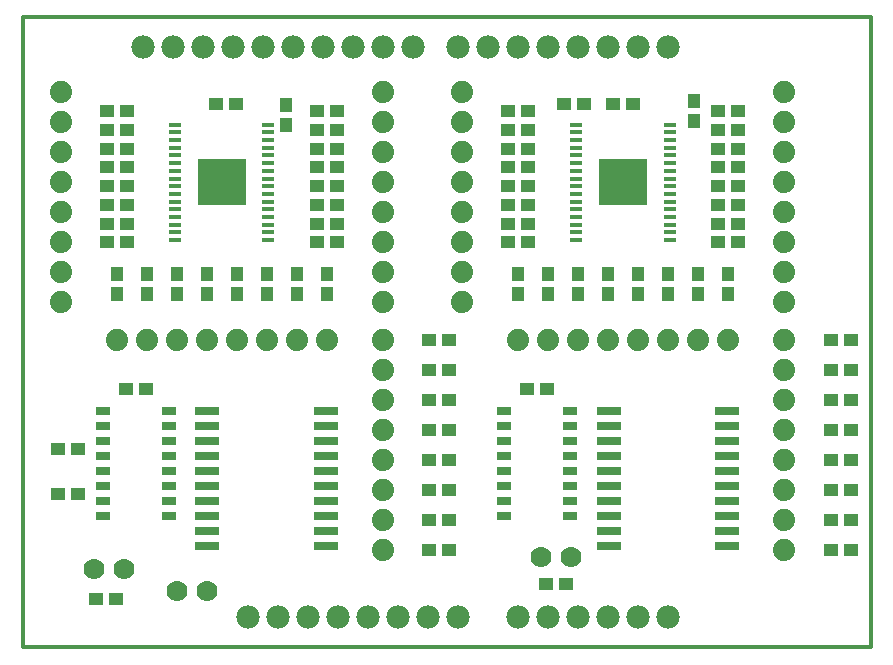
<source format=gts>
G75*
%MOIN*%
%OFA0B0*%
%FSLAX24Y24*%
%IPPOS*%
%LPD*%
%AMOC8*
5,1,8,0,0,1.08239X$1,22.5*
%
%ADD10C,0.0120*%
%ADD11R,0.0402X0.0126*%
%ADD12R,0.0390X0.0114*%
%ADD13R,0.1614X0.1535*%
%ADD14C,0.0700*%
%ADD15R,0.0434X0.0473*%
%ADD16R,0.0473X0.0434*%
%ADD17C,0.0740*%
%ADD18R,0.0512X0.0276*%
%ADD19R,0.0840X0.0300*%
%ADD20C,0.0780*%
D10*
X006252Y000160D02*
X006252Y021160D01*
X034502Y021160D01*
X034502Y000160D01*
X006252Y000160D01*
D11*
X011322Y013741D03*
X011322Y013997D03*
X011322Y014253D03*
X011322Y014508D03*
X011322Y014764D03*
X011322Y015020D03*
X011322Y015276D03*
X011322Y015532D03*
X011322Y015788D03*
X011322Y016044D03*
X011322Y016300D03*
X011322Y016556D03*
X011322Y016812D03*
X011322Y017067D03*
X011322Y017323D03*
X011322Y017579D03*
X014432Y017579D03*
X014432Y017323D03*
X014432Y017067D03*
X014432Y016812D03*
X014432Y016556D03*
X014432Y016300D03*
X014432Y016044D03*
X014432Y015788D03*
X014432Y015532D03*
X014432Y015276D03*
X014432Y015020D03*
X014432Y014764D03*
X014432Y014508D03*
X014432Y014253D03*
X014432Y013997D03*
X014432Y013741D03*
X024697Y013741D03*
X024697Y013997D03*
X024697Y014253D03*
X024697Y014508D03*
X024697Y014764D03*
X024697Y015020D03*
X024697Y015276D03*
X024697Y015532D03*
X024697Y015788D03*
X024697Y016044D03*
X024697Y016300D03*
X024697Y016556D03*
X024697Y016812D03*
X024697Y017067D03*
X024697Y017323D03*
X024697Y017579D03*
X027807Y017579D03*
X027807Y017323D03*
X027807Y017067D03*
X027807Y016812D03*
X027807Y016556D03*
X027807Y016300D03*
X027807Y016044D03*
X027807Y015788D03*
X027807Y015532D03*
X027807Y015276D03*
X027807Y015020D03*
X027807Y014764D03*
X027807Y014508D03*
X027807Y014253D03*
X027807Y013997D03*
X027807Y013741D03*
D12*
X027807Y013741D03*
X027807Y013997D03*
X027807Y014253D03*
X027807Y014508D03*
X027807Y014764D03*
X027807Y015020D03*
X027807Y015276D03*
X027807Y015532D03*
X027807Y015788D03*
X027807Y016044D03*
X027807Y016300D03*
X027807Y016556D03*
X027807Y016812D03*
X027807Y017067D03*
X027807Y017323D03*
X027807Y017579D03*
X024697Y017579D03*
X024697Y017323D03*
X024697Y017067D03*
X024697Y016812D03*
X024697Y016556D03*
X024697Y016300D03*
X024697Y016044D03*
X024697Y015788D03*
X024697Y015532D03*
X024697Y015276D03*
X024697Y015020D03*
X024697Y014764D03*
X024697Y014508D03*
X024697Y014253D03*
X024697Y013997D03*
X024697Y013741D03*
X014432Y013741D03*
X014432Y013997D03*
X014432Y014253D03*
X014432Y014508D03*
X014432Y014764D03*
X014432Y015020D03*
X014432Y015276D03*
X014432Y015532D03*
X014432Y015788D03*
X014432Y016044D03*
X014432Y016300D03*
X014432Y016556D03*
X014432Y016812D03*
X014432Y017067D03*
X014432Y017323D03*
X014432Y017579D03*
X011322Y017579D03*
X011322Y017323D03*
X011322Y017067D03*
X011322Y016812D03*
X011322Y016556D03*
X011322Y016300D03*
X011322Y016044D03*
X011322Y015788D03*
X011322Y015532D03*
X011322Y015276D03*
X011322Y015020D03*
X011322Y014764D03*
X011322Y014508D03*
X011322Y014253D03*
X011322Y013997D03*
X011322Y013741D03*
D13*
X012877Y015660D03*
X026252Y015660D03*
D14*
X024502Y003160D03*
X023502Y003160D03*
X012377Y002035D03*
X011377Y002035D03*
X009627Y002785D03*
X008627Y002785D03*
D15*
X009377Y011950D03*
X010377Y011950D03*
X010377Y012620D03*
X009377Y012620D03*
X011377Y012620D03*
X011377Y011950D03*
X012377Y011950D03*
X012377Y012620D03*
X013377Y012620D03*
X013377Y011950D03*
X014377Y011950D03*
X014377Y012620D03*
X015377Y012620D03*
X015377Y011950D03*
X016377Y011950D03*
X016377Y012620D03*
X022752Y012620D03*
X022752Y011950D03*
X023752Y011950D03*
X023752Y012620D03*
X024752Y012620D03*
X024752Y011950D03*
X025752Y011950D03*
X025752Y012620D03*
X026752Y012620D03*
X026752Y011950D03*
X027752Y011950D03*
X028752Y011950D03*
X028752Y012620D03*
X027752Y012620D03*
X029752Y012620D03*
X029752Y011950D03*
X028627Y017700D03*
X028627Y018370D03*
X015002Y018245D03*
X015002Y017575D03*
D16*
X016043Y017410D03*
X016712Y017410D03*
X016712Y016785D03*
X016043Y016785D03*
X016043Y016160D03*
X016712Y016160D03*
X016712Y015535D03*
X016043Y015535D03*
X016043Y014910D03*
X016712Y014910D03*
X016712Y014285D03*
X016712Y013660D03*
X016043Y013660D03*
X016043Y014285D03*
X019793Y010410D03*
X020462Y010410D03*
X020462Y009410D03*
X019793Y009410D03*
X019793Y008410D03*
X020462Y008410D03*
X020462Y007410D03*
X019793Y007410D03*
X019793Y006410D03*
X020462Y006410D03*
X020462Y005410D03*
X019793Y005410D03*
X019793Y004410D03*
X020462Y004410D03*
X020462Y003410D03*
X019793Y003410D03*
X023668Y002285D03*
X024337Y002285D03*
X033168Y003410D03*
X033837Y003410D03*
X033837Y004410D03*
X033168Y004410D03*
X033168Y005410D03*
X033837Y005410D03*
X033837Y006410D03*
X033168Y006410D03*
X033168Y007410D03*
X033837Y007410D03*
X033837Y008410D03*
X033168Y008410D03*
X033168Y009410D03*
X033837Y009410D03*
X033837Y010410D03*
X033168Y010410D03*
X030087Y013660D03*
X030087Y014285D03*
X029418Y014285D03*
X029418Y013660D03*
X029418Y014910D03*
X030087Y014910D03*
X030087Y015535D03*
X029418Y015535D03*
X029418Y016160D03*
X030087Y016160D03*
X030087Y016785D03*
X029418Y016785D03*
X029418Y017410D03*
X030087Y017410D03*
X030087Y018035D03*
X029418Y018035D03*
X026587Y018285D03*
X025918Y018285D03*
X024962Y018285D03*
X024293Y018285D03*
X023087Y018035D03*
X022418Y018035D03*
X022418Y017410D03*
X023087Y017410D03*
X023087Y016785D03*
X022418Y016785D03*
X022418Y016160D03*
X023087Y016160D03*
X023087Y015535D03*
X022418Y015535D03*
X022418Y014910D03*
X023087Y014910D03*
X023087Y014285D03*
X023087Y013660D03*
X022418Y013660D03*
X022418Y014285D03*
X016712Y018035D03*
X016043Y018035D03*
X013337Y018285D03*
X012668Y018285D03*
X009712Y018035D03*
X009043Y018035D03*
X009043Y017410D03*
X009712Y017410D03*
X009712Y016785D03*
X009043Y016785D03*
X009043Y016160D03*
X009712Y016160D03*
X009712Y015535D03*
X009043Y015535D03*
X009043Y014910D03*
X009712Y014910D03*
X009712Y014285D03*
X009712Y013660D03*
X009043Y013660D03*
X009043Y014285D03*
X009668Y008785D03*
X010337Y008785D03*
X008087Y006785D03*
X007418Y006785D03*
X007418Y005285D03*
X008087Y005285D03*
X008668Y001785D03*
X009337Y001785D03*
X023043Y008785D03*
X023712Y008785D03*
D17*
X023752Y010410D03*
X022752Y010410D03*
X020877Y011660D03*
X020877Y012660D03*
X020877Y013660D03*
X020877Y014660D03*
X020877Y015660D03*
X020877Y016660D03*
X020877Y017660D03*
X020877Y018660D03*
X018252Y018660D03*
X018252Y017660D03*
X018252Y016660D03*
X018252Y015660D03*
X018252Y014660D03*
X018252Y013660D03*
X018252Y012660D03*
X018252Y011660D03*
X018252Y010410D03*
X018252Y009410D03*
X018252Y008410D03*
X018252Y007410D03*
X018252Y006410D03*
X018252Y005410D03*
X018252Y004410D03*
X018252Y003410D03*
X016377Y010410D03*
X015377Y010410D03*
X014377Y010410D03*
X013377Y010410D03*
X012377Y010410D03*
X011377Y010410D03*
X010377Y010410D03*
X009377Y010410D03*
X007502Y011660D03*
X007502Y012660D03*
X007502Y013660D03*
X007502Y014660D03*
X007502Y015660D03*
X007502Y016660D03*
X007502Y017660D03*
X007502Y018660D03*
X024752Y010410D03*
X025752Y010410D03*
X026752Y010410D03*
X027752Y010410D03*
X028752Y010410D03*
X029752Y010410D03*
X031627Y010410D03*
X031627Y009410D03*
X031627Y008410D03*
X031627Y007410D03*
X031627Y006410D03*
X031627Y005410D03*
X031627Y004410D03*
X031627Y003410D03*
X031627Y011660D03*
X031627Y012660D03*
X031627Y013660D03*
X031627Y014660D03*
X031627Y015660D03*
X031627Y016660D03*
X031627Y017660D03*
X031627Y018660D03*
D18*
X024480Y008035D03*
X024480Y007535D03*
X024480Y007035D03*
X024480Y006535D03*
X024480Y006035D03*
X024480Y005535D03*
X024480Y005035D03*
X024480Y004535D03*
X022275Y004535D03*
X022275Y005035D03*
X022275Y005535D03*
X022275Y006035D03*
X022275Y006535D03*
X022275Y007035D03*
X022275Y007535D03*
X022275Y008035D03*
X011105Y008035D03*
X011105Y007535D03*
X011105Y007035D03*
X011105Y006535D03*
X011105Y006035D03*
X011105Y005535D03*
X011105Y005035D03*
X011105Y004535D03*
X008900Y004535D03*
X008900Y005035D03*
X008900Y005535D03*
X008900Y006035D03*
X008900Y006535D03*
X008900Y007035D03*
X008900Y007535D03*
X008900Y008035D03*
D19*
X012397Y008035D03*
X012397Y007535D03*
X012397Y007035D03*
X012397Y006535D03*
X012397Y006035D03*
X012397Y005535D03*
X012397Y005035D03*
X012397Y004535D03*
X012397Y004035D03*
X012397Y003535D03*
X016357Y003535D03*
X016357Y004035D03*
X016357Y004535D03*
X016357Y005035D03*
X016357Y005535D03*
X016357Y006035D03*
X016357Y006535D03*
X016357Y007035D03*
X016357Y007535D03*
X016357Y008035D03*
X025772Y008035D03*
X025772Y007535D03*
X025772Y007035D03*
X025772Y006535D03*
X025772Y006035D03*
X025772Y005535D03*
X025772Y005035D03*
X025772Y004535D03*
X025772Y004035D03*
X025772Y003535D03*
X029732Y003535D03*
X029732Y004035D03*
X029732Y004535D03*
X029732Y005035D03*
X029732Y005535D03*
X029732Y006035D03*
X029732Y006535D03*
X029732Y007035D03*
X029732Y007535D03*
X029732Y008035D03*
D20*
X027752Y001160D03*
X026752Y001160D03*
X025752Y001160D03*
X024752Y001160D03*
X023752Y001160D03*
X022752Y001160D03*
X020752Y001160D03*
X019752Y001160D03*
X018752Y001160D03*
X017752Y001160D03*
X016752Y001160D03*
X015752Y001160D03*
X014752Y001160D03*
X013752Y001160D03*
X013252Y020160D03*
X012252Y020160D03*
X011252Y020160D03*
X010252Y020160D03*
X014252Y020160D03*
X015252Y020160D03*
X016252Y020160D03*
X017252Y020160D03*
X018252Y020160D03*
X019252Y020160D03*
X020752Y020160D03*
X021752Y020160D03*
X022752Y020160D03*
X023752Y020160D03*
X024752Y020160D03*
X025752Y020160D03*
X026752Y020160D03*
X027752Y020160D03*
M02*

</source>
